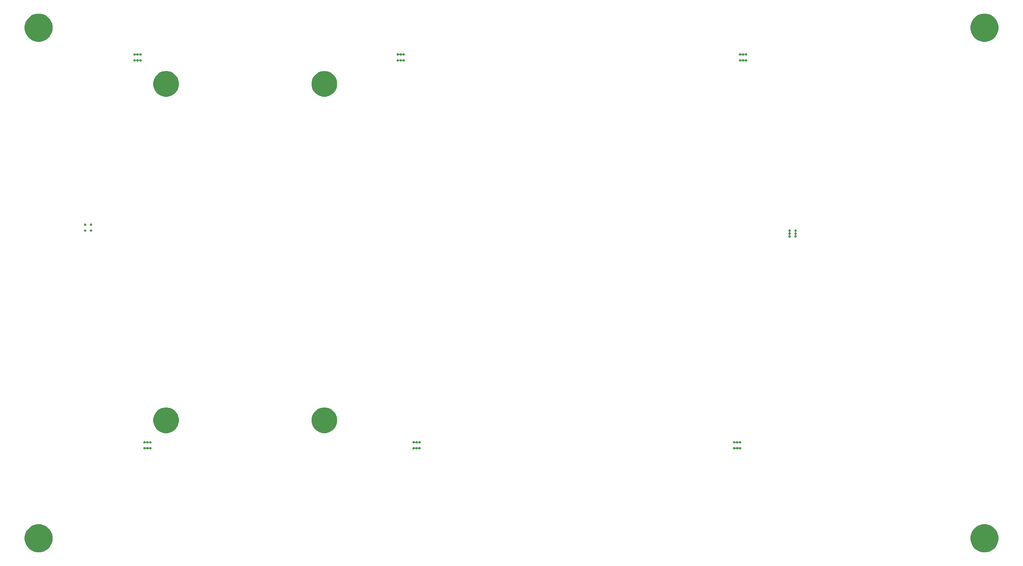
<source format=gbr>
%TF.GenerationSoftware,KiCad,Pcbnew,(5.1.5)-3*%
%TF.CreationDate,2020-09-07T19:44:54+02:00*%
%TF.ProjectId,fusion,66757369-6f6e-42e6-9b69-6361645f7063,rev?*%
%TF.SameCoordinates,Original*%
%TF.FileFunction,Soldermask,Top*%
%TF.FilePolarity,Negative*%
%FSLAX46Y46*%
G04 Gerber Fmt 4.6, Leading zero omitted, Abs format (unit mm)*
G04 Created by KiCad (PCBNEW (5.1.5)-3) date 2020-09-07 19:44:54*
%MOMM*%
%LPD*%
G04 APERTURE LIST*
%ADD10C,0.100000*%
G04 APERTURE END LIST*
D10*
G36*
X278835787Y-164385462D02*
G01*
X278835790Y-164385463D01*
X278835789Y-164385463D01*
X279482029Y-164653144D01*
X280063631Y-165041758D01*
X280558242Y-165536369D01*
X280946856Y-166117971D01*
X280946856Y-166117972D01*
X281214538Y-166764213D01*
X281351000Y-167450256D01*
X281351000Y-168149744D01*
X281214538Y-168835787D01*
X281214537Y-168835789D01*
X280946856Y-169482029D01*
X280558242Y-170063631D01*
X280063631Y-170558242D01*
X279482029Y-170946856D01*
X279025068Y-171136135D01*
X278835787Y-171214538D01*
X278149744Y-171351000D01*
X277450256Y-171351000D01*
X276764213Y-171214538D01*
X276574932Y-171136135D01*
X276117971Y-170946856D01*
X275536369Y-170558242D01*
X275041758Y-170063631D01*
X274653144Y-169482029D01*
X274385463Y-168835789D01*
X274385462Y-168835787D01*
X274249000Y-168149744D01*
X274249000Y-167450256D01*
X274385462Y-166764213D01*
X274653144Y-166117972D01*
X274653144Y-166117971D01*
X275041758Y-165536369D01*
X275536369Y-165041758D01*
X276117971Y-164653144D01*
X276764211Y-164385463D01*
X276764210Y-164385463D01*
X276764213Y-164385462D01*
X277450256Y-164249000D01*
X278149744Y-164249000D01*
X278835787Y-164385462D01*
G37*
G36*
X39835787Y-164385462D02*
G01*
X39835790Y-164385463D01*
X39835789Y-164385463D01*
X40482029Y-164653144D01*
X41063631Y-165041758D01*
X41558242Y-165536369D01*
X41946856Y-166117971D01*
X41946856Y-166117972D01*
X42214538Y-166764213D01*
X42351000Y-167450256D01*
X42351000Y-168149744D01*
X42214538Y-168835787D01*
X42214537Y-168835789D01*
X41946856Y-169482029D01*
X41558242Y-170063631D01*
X41063631Y-170558242D01*
X40482029Y-170946856D01*
X40025068Y-171136135D01*
X39835787Y-171214538D01*
X39149744Y-171351000D01*
X38450256Y-171351000D01*
X37764213Y-171214538D01*
X37574932Y-171136135D01*
X37117971Y-170946856D01*
X36536369Y-170558242D01*
X36041758Y-170063631D01*
X35653144Y-169482029D01*
X35385463Y-168835789D01*
X35385462Y-168835787D01*
X35249000Y-168149744D01*
X35249000Y-167450256D01*
X35385462Y-166764213D01*
X35653144Y-166117972D01*
X35653144Y-166117971D01*
X36041758Y-165536369D01*
X36536369Y-165041758D01*
X37117971Y-164653144D01*
X37764211Y-164385463D01*
X37764210Y-164385463D01*
X37764213Y-164385462D01*
X38450256Y-164249000D01*
X39149744Y-164249000D01*
X39835787Y-164385462D01*
G37*
G36*
X214637797Y-144760567D02*
G01*
X214692575Y-144783257D01*
X214692577Y-144783258D01*
X214741876Y-144816198D01*
X214783802Y-144858124D01*
X214816742Y-144907423D01*
X214821067Y-144913896D01*
X214836612Y-144932838D01*
X214855554Y-144948383D01*
X214877165Y-144959934D01*
X214900614Y-144967047D01*
X214925000Y-144969449D01*
X214949386Y-144967047D01*
X214972835Y-144959934D01*
X214994446Y-144948383D01*
X215013388Y-144932838D01*
X215028933Y-144913896D01*
X215033258Y-144907423D01*
X215066198Y-144858124D01*
X215108124Y-144816198D01*
X215157423Y-144783258D01*
X215157425Y-144783257D01*
X215212203Y-144760567D01*
X215270353Y-144749000D01*
X215329647Y-144749000D01*
X215387797Y-144760567D01*
X215442575Y-144783257D01*
X215442577Y-144783258D01*
X215491876Y-144816198D01*
X215533802Y-144858124D01*
X215566742Y-144907423D01*
X215571067Y-144913896D01*
X215586612Y-144932838D01*
X215605554Y-144948383D01*
X215627165Y-144959934D01*
X215650614Y-144967047D01*
X215675000Y-144969449D01*
X215699386Y-144967047D01*
X215722835Y-144959934D01*
X215744446Y-144948383D01*
X215763388Y-144932838D01*
X215778933Y-144913896D01*
X215783258Y-144907423D01*
X215816198Y-144858124D01*
X215858124Y-144816198D01*
X215907423Y-144783258D01*
X215907425Y-144783257D01*
X215962203Y-144760567D01*
X216020353Y-144749000D01*
X216079647Y-144749000D01*
X216137797Y-144760567D01*
X216192575Y-144783257D01*
X216192577Y-144783258D01*
X216241876Y-144816198D01*
X216283802Y-144858124D01*
X216316742Y-144907423D01*
X216316743Y-144907425D01*
X216339433Y-144962203D01*
X216351000Y-145020353D01*
X216351000Y-145079647D01*
X216339433Y-145137797D01*
X216319423Y-145186104D01*
X216316742Y-145192577D01*
X216283802Y-145241876D01*
X216241876Y-145283802D01*
X216192577Y-145316742D01*
X216192576Y-145316743D01*
X216192575Y-145316743D01*
X216137797Y-145339433D01*
X216079647Y-145351000D01*
X216020353Y-145351000D01*
X215962203Y-145339433D01*
X215907425Y-145316743D01*
X215907424Y-145316743D01*
X215907423Y-145316742D01*
X215858124Y-145283802D01*
X215816198Y-145241876D01*
X215783258Y-145192577D01*
X215783257Y-145192575D01*
X215778933Y-145186104D01*
X215763388Y-145167162D01*
X215744446Y-145151617D01*
X215722835Y-145140066D01*
X215699386Y-145132953D01*
X215675000Y-145130551D01*
X215650614Y-145132953D01*
X215627165Y-145140066D01*
X215605554Y-145151617D01*
X215586612Y-145167162D01*
X215571067Y-145186104D01*
X215566743Y-145192575D01*
X215566742Y-145192577D01*
X215533802Y-145241876D01*
X215491876Y-145283802D01*
X215442577Y-145316742D01*
X215442576Y-145316743D01*
X215442575Y-145316743D01*
X215387797Y-145339433D01*
X215329647Y-145351000D01*
X215270353Y-145351000D01*
X215212203Y-145339433D01*
X215157425Y-145316743D01*
X215157424Y-145316743D01*
X215157423Y-145316742D01*
X215108124Y-145283802D01*
X215066198Y-145241876D01*
X215033258Y-145192577D01*
X215033257Y-145192575D01*
X215028933Y-145186104D01*
X215013388Y-145167162D01*
X214994446Y-145151617D01*
X214972835Y-145140066D01*
X214949386Y-145132953D01*
X214925000Y-145130551D01*
X214900614Y-145132953D01*
X214877165Y-145140066D01*
X214855554Y-145151617D01*
X214836612Y-145167162D01*
X214821067Y-145186104D01*
X214816743Y-145192575D01*
X214816742Y-145192577D01*
X214783802Y-145241876D01*
X214741876Y-145283802D01*
X214692577Y-145316742D01*
X214692576Y-145316743D01*
X214692575Y-145316743D01*
X214637797Y-145339433D01*
X214579647Y-145351000D01*
X214520353Y-145351000D01*
X214462203Y-145339433D01*
X214407425Y-145316743D01*
X214407424Y-145316743D01*
X214407423Y-145316742D01*
X214358124Y-145283802D01*
X214316198Y-145241876D01*
X214283258Y-145192577D01*
X214280577Y-145186104D01*
X214260567Y-145137797D01*
X214249000Y-145079647D01*
X214249000Y-145020353D01*
X214260567Y-144962203D01*
X214283257Y-144907425D01*
X214283258Y-144907423D01*
X214316198Y-144858124D01*
X214358124Y-144816198D01*
X214407423Y-144783258D01*
X214407425Y-144783257D01*
X214462203Y-144760567D01*
X214520353Y-144749000D01*
X214579647Y-144749000D01*
X214637797Y-144760567D01*
G37*
G36*
X133637797Y-144760567D02*
G01*
X133692575Y-144783257D01*
X133692577Y-144783258D01*
X133741876Y-144816198D01*
X133783802Y-144858124D01*
X133816742Y-144907423D01*
X133821067Y-144913896D01*
X133836612Y-144932838D01*
X133855554Y-144948383D01*
X133877165Y-144959934D01*
X133900614Y-144967047D01*
X133925000Y-144969449D01*
X133949386Y-144967047D01*
X133972835Y-144959934D01*
X133994446Y-144948383D01*
X134013388Y-144932838D01*
X134028933Y-144913896D01*
X134033258Y-144907423D01*
X134066198Y-144858124D01*
X134108124Y-144816198D01*
X134157423Y-144783258D01*
X134157425Y-144783257D01*
X134212203Y-144760567D01*
X134270353Y-144749000D01*
X134329647Y-144749000D01*
X134387797Y-144760567D01*
X134442575Y-144783257D01*
X134442577Y-144783258D01*
X134491876Y-144816198D01*
X134533802Y-144858124D01*
X134566742Y-144907423D01*
X134571067Y-144913896D01*
X134586612Y-144932838D01*
X134605554Y-144948383D01*
X134627165Y-144959934D01*
X134650614Y-144967047D01*
X134675000Y-144969449D01*
X134699386Y-144967047D01*
X134722835Y-144959934D01*
X134744446Y-144948383D01*
X134763388Y-144932838D01*
X134778933Y-144913896D01*
X134783258Y-144907423D01*
X134816198Y-144858124D01*
X134858124Y-144816198D01*
X134907423Y-144783258D01*
X134907425Y-144783257D01*
X134962203Y-144760567D01*
X135020353Y-144749000D01*
X135079647Y-144749000D01*
X135137797Y-144760567D01*
X135192575Y-144783257D01*
X135192577Y-144783258D01*
X135241876Y-144816198D01*
X135283802Y-144858124D01*
X135316742Y-144907423D01*
X135316743Y-144907425D01*
X135339433Y-144962203D01*
X135351000Y-145020353D01*
X135351000Y-145079647D01*
X135339433Y-145137797D01*
X135319423Y-145186104D01*
X135316742Y-145192577D01*
X135283802Y-145241876D01*
X135241876Y-145283802D01*
X135192577Y-145316742D01*
X135192576Y-145316743D01*
X135192575Y-145316743D01*
X135137797Y-145339433D01*
X135079647Y-145351000D01*
X135020353Y-145351000D01*
X134962203Y-145339433D01*
X134907425Y-145316743D01*
X134907424Y-145316743D01*
X134907423Y-145316742D01*
X134858124Y-145283802D01*
X134816198Y-145241876D01*
X134783258Y-145192577D01*
X134783257Y-145192575D01*
X134778933Y-145186104D01*
X134763388Y-145167162D01*
X134744446Y-145151617D01*
X134722835Y-145140066D01*
X134699386Y-145132953D01*
X134675000Y-145130551D01*
X134650614Y-145132953D01*
X134627165Y-145140066D01*
X134605554Y-145151617D01*
X134586612Y-145167162D01*
X134571067Y-145186104D01*
X134566743Y-145192575D01*
X134566742Y-145192577D01*
X134533802Y-145241876D01*
X134491876Y-145283802D01*
X134442577Y-145316742D01*
X134442576Y-145316743D01*
X134442575Y-145316743D01*
X134387797Y-145339433D01*
X134329647Y-145351000D01*
X134270353Y-145351000D01*
X134212203Y-145339433D01*
X134157425Y-145316743D01*
X134157424Y-145316743D01*
X134157423Y-145316742D01*
X134108124Y-145283802D01*
X134066198Y-145241876D01*
X134033258Y-145192577D01*
X134033257Y-145192575D01*
X134028933Y-145186104D01*
X134013388Y-145167162D01*
X133994446Y-145151617D01*
X133972835Y-145140066D01*
X133949386Y-145132953D01*
X133925000Y-145130551D01*
X133900614Y-145132953D01*
X133877165Y-145140066D01*
X133855554Y-145151617D01*
X133836612Y-145167162D01*
X133821067Y-145186104D01*
X133816743Y-145192575D01*
X133816742Y-145192577D01*
X133783802Y-145241876D01*
X133741876Y-145283802D01*
X133692577Y-145316742D01*
X133692576Y-145316743D01*
X133692575Y-145316743D01*
X133637797Y-145339433D01*
X133579647Y-145351000D01*
X133520353Y-145351000D01*
X133462203Y-145339433D01*
X133407425Y-145316743D01*
X133407424Y-145316743D01*
X133407423Y-145316742D01*
X133358124Y-145283802D01*
X133316198Y-145241876D01*
X133283258Y-145192577D01*
X133280577Y-145186104D01*
X133260567Y-145137797D01*
X133249000Y-145079647D01*
X133249000Y-145020353D01*
X133260567Y-144962203D01*
X133283257Y-144907425D01*
X133283258Y-144907423D01*
X133316198Y-144858124D01*
X133358124Y-144816198D01*
X133407423Y-144783258D01*
X133407425Y-144783257D01*
X133462203Y-144760567D01*
X133520353Y-144749000D01*
X133579647Y-144749000D01*
X133637797Y-144760567D01*
G37*
G36*
X65637797Y-144760567D02*
G01*
X65692575Y-144783257D01*
X65692577Y-144783258D01*
X65741876Y-144816198D01*
X65783802Y-144858124D01*
X65816742Y-144907423D01*
X65821067Y-144913896D01*
X65836612Y-144932838D01*
X65855554Y-144948383D01*
X65877165Y-144959934D01*
X65900614Y-144967047D01*
X65925000Y-144969449D01*
X65949386Y-144967047D01*
X65972835Y-144959934D01*
X65994446Y-144948383D01*
X66013388Y-144932838D01*
X66028933Y-144913896D01*
X66033258Y-144907423D01*
X66066198Y-144858124D01*
X66108124Y-144816198D01*
X66157423Y-144783258D01*
X66157425Y-144783257D01*
X66212203Y-144760567D01*
X66270353Y-144749000D01*
X66329647Y-144749000D01*
X66387797Y-144760567D01*
X66442575Y-144783257D01*
X66442577Y-144783258D01*
X66491876Y-144816198D01*
X66533802Y-144858124D01*
X66566742Y-144907423D01*
X66571067Y-144913896D01*
X66586612Y-144932838D01*
X66605554Y-144948383D01*
X66627165Y-144959934D01*
X66650614Y-144967047D01*
X66675000Y-144969449D01*
X66699386Y-144967047D01*
X66722835Y-144959934D01*
X66744446Y-144948383D01*
X66763388Y-144932838D01*
X66778933Y-144913896D01*
X66783258Y-144907423D01*
X66816198Y-144858124D01*
X66858124Y-144816198D01*
X66907423Y-144783258D01*
X66907425Y-144783257D01*
X66962203Y-144760567D01*
X67020353Y-144749000D01*
X67079647Y-144749000D01*
X67137797Y-144760567D01*
X67192575Y-144783257D01*
X67192577Y-144783258D01*
X67241876Y-144816198D01*
X67283802Y-144858124D01*
X67316742Y-144907423D01*
X67316743Y-144907425D01*
X67339433Y-144962203D01*
X67351000Y-145020353D01*
X67351000Y-145079647D01*
X67339433Y-145137797D01*
X67319423Y-145186104D01*
X67316742Y-145192577D01*
X67283802Y-145241876D01*
X67241876Y-145283802D01*
X67192577Y-145316742D01*
X67192576Y-145316743D01*
X67192575Y-145316743D01*
X67137797Y-145339433D01*
X67079647Y-145351000D01*
X67020353Y-145351000D01*
X66962203Y-145339433D01*
X66907425Y-145316743D01*
X66907424Y-145316743D01*
X66907423Y-145316742D01*
X66858124Y-145283802D01*
X66816198Y-145241876D01*
X66783258Y-145192577D01*
X66783257Y-145192575D01*
X66778933Y-145186104D01*
X66763388Y-145167162D01*
X66744446Y-145151617D01*
X66722835Y-145140066D01*
X66699386Y-145132953D01*
X66675000Y-145130551D01*
X66650614Y-145132953D01*
X66627165Y-145140066D01*
X66605554Y-145151617D01*
X66586612Y-145167162D01*
X66571067Y-145186104D01*
X66566743Y-145192575D01*
X66566742Y-145192577D01*
X66533802Y-145241876D01*
X66491876Y-145283802D01*
X66442577Y-145316742D01*
X66442576Y-145316743D01*
X66442575Y-145316743D01*
X66387797Y-145339433D01*
X66329647Y-145351000D01*
X66270353Y-145351000D01*
X66212203Y-145339433D01*
X66157425Y-145316743D01*
X66157424Y-145316743D01*
X66157423Y-145316742D01*
X66108124Y-145283802D01*
X66066198Y-145241876D01*
X66033258Y-145192577D01*
X66033257Y-145192575D01*
X66028933Y-145186104D01*
X66013388Y-145167162D01*
X65994446Y-145151617D01*
X65972835Y-145140066D01*
X65949386Y-145132953D01*
X65925000Y-145130551D01*
X65900614Y-145132953D01*
X65877165Y-145140066D01*
X65855554Y-145151617D01*
X65836612Y-145167162D01*
X65821067Y-145186104D01*
X65816743Y-145192575D01*
X65816742Y-145192577D01*
X65783802Y-145241876D01*
X65741876Y-145283802D01*
X65692577Y-145316742D01*
X65692576Y-145316743D01*
X65692575Y-145316743D01*
X65637797Y-145339433D01*
X65579647Y-145351000D01*
X65520353Y-145351000D01*
X65462203Y-145339433D01*
X65407425Y-145316743D01*
X65407424Y-145316743D01*
X65407423Y-145316742D01*
X65358124Y-145283802D01*
X65316198Y-145241876D01*
X65283258Y-145192577D01*
X65280577Y-145186104D01*
X65260567Y-145137797D01*
X65249000Y-145079647D01*
X65249000Y-145020353D01*
X65260567Y-144962203D01*
X65283257Y-144907425D01*
X65283258Y-144907423D01*
X65316198Y-144858124D01*
X65358124Y-144816198D01*
X65407423Y-144783258D01*
X65407425Y-144783257D01*
X65462203Y-144760567D01*
X65520353Y-144749000D01*
X65579647Y-144749000D01*
X65637797Y-144760567D01*
G37*
G36*
X214637797Y-143260567D02*
G01*
X214692575Y-143283257D01*
X214692577Y-143283258D01*
X214741876Y-143316198D01*
X214783802Y-143358124D01*
X214816742Y-143407423D01*
X214821067Y-143413896D01*
X214836612Y-143432838D01*
X214855554Y-143448383D01*
X214877165Y-143459934D01*
X214900614Y-143467047D01*
X214925000Y-143469449D01*
X214949386Y-143467047D01*
X214972835Y-143459934D01*
X214994446Y-143448383D01*
X215013388Y-143432838D01*
X215028933Y-143413896D01*
X215033258Y-143407423D01*
X215066198Y-143358124D01*
X215108124Y-143316198D01*
X215157423Y-143283258D01*
X215157425Y-143283257D01*
X215212203Y-143260567D01*
X215270353Y-143249000D01*
X215329647Y-143249000D01*
X215387797Y-143260567D01*
X215442575Y-143283257D01*
X215442577Y-143283258D01*
X215491876Y-143316198D01*
X215533802Y-143358124D01*
X215566742Y-143407423D01*
X215571067Y-143413896D01*
X215586612Y-143432838D01*
X215605554Y-143448383D01*
X215627165Y-143459934D01*
X215650614Y-143467047D01*
X215675000Y-143469449D01*
X215699386Y-143467047D01*
X215722835Y-143459934D01*
X215744446Y-143448383D01*
X215763388Y-143432838D01*
X215778933Y-143413896D01*
X215783258Y-143407423D01*
X215816198Y-143358124D01*
X215858124Y-143316198D01*
X215907423Y-143283258D01*
X215907425Y-143283257D01*
X215962203Y-143260567D01*
X216020353Y-143249000D01*
X216079647Y-143249000D01*
X216137797Y-143260567D01*
X216192575Y-143283257D01*
X216192577Y-143283258D01*
X216241876Y-143316198D01*
X216283802Y-143358124D01*
X216316742Y-143407423D01*
X216316743Y-143407425D01*
X216339433Y-143462203D01*
X216351000Y-143520353D01*
X216351000Y-143579647D01*
X216339433Y-143637797D01*
X216319423Y-143686104D01*
X216316742Y-143692577D01*
X216283802Y-143741876D01*
X216241876Y-143783802D01*
X216192577Y-143816742D01*
X216192576Y-143816743D01*
X216192575Y-143816743D01*
X216137797Y-143839433D01*
X216079647Y-143851000D01*
X216020353Y-143851000D01*
X215962203Y-143839433D01*
X215907425Y-143816743D01*
X215907424Y-143816743D01*
X215907423Y-143816742D01*
X215858124Y-143783802D01*
X215816198Y-143741876D01*
X215783258Y-143692577D01*
X215783257Y-143692575D01*
X215778933Y-143686104D01*
X215763388Y-143667162D01*
X215744446Y-143651617D01*
X215722835Y-143640066D01*
X215699386Y-143632953D01*
X215675000Y-143630551D01*
X215650614Y-143632953D01*
X215627165Y-143640066D01*
X215605554Y-143651617D01*
X215586612Y-143667162D01*
X215571067Y-143686104D01*
X215566743Y-143692575D01*
X215566742Y-143692577D01*
X215533802Y-143741876D01*
X215491876Y-143783802D01*
X215442577Y-143816742D01*
X215442576Y-143816743D01*
X215442575Y-143816743D01*
X215387797Y-143839433D01*
X215329647Y-143851000D01*
X215270353Y-143851000D01*
X215212203Y-143839433D01*
X215157425Y-143816743D01*
X215157424Y-143816743D01*
X215157423Y-143816742D01*
X215108124Y-143783802D01*
X215066198Y-143741876D01*
X215033258Y-143692577D01*
X215033257Y-143692575D01*
X215028933Y-143686104D01*
X215013388Y-143667162D01*
X214994446Y-143651617D01*
X214972835Y-143640066D01*
X214949386Y-143632953D01*
X214925000Y-143630551D01*
X214900614Y-143632953D01*
X214877165Y-143640066D01*
X214855554Y-143651617D01*
X214836612Y-143667162D01*
X214821067Y-143686104D01*
X214816743Y-143692575D01*
X214816742Y-143692577D01*
X214783802Y-143741876D01*
X214741876Y-143783802D01*
X214692577Y-143816742D01*
X214692576Y-143816743D01*
X214692575Y-143816743D01*
X214637797Y-143839433D01*
X214579647Y-143851000D01*
X214520353Y-143851000D01*
X214462203Y-143839433D01*
X214407425Y-143816743D01*
X214407424Y-143816743D01*
X214407423Y-143816742D01*
X214358124Y-143783802D01*
X214316198Y-143741876D01*
X214283258Y-143692577D01*
X214280577Y-143686104D01*
X214260567Y-143637797D01*
X214249000Y-143579647D01*
X214249000Y-143520353D01*
X214260567Y-143462203D01*
X214283257Y-143407425D01*
X214283258Y-143407423D01*
X214316198Y-143358124D01*
X214358124Y-143316198D01*
X214407423Y-143283258D01*
X214407425Y-143283257D01*
X214462203Y-143260567D01*
X214520353Y-143249000D01*
X214579647Y-143249000D01*
X214637797Y-143260567D01*
G37*
G36*
X133637797Y-143260567D02*
G01*
X133692575Y-143283257D01*
X133692577Y-143283258D01*
X133741876Y-143316198D01*
X133783802Y-143358124D01*
X133816742Y-143407423D01*
X133821067Y-143413896D01*
X133836612Y-143432838D01*
X133855554Y-143448383D01*
X133877165Y-143459934D01*
X133900614Y-143467047D01*
X133925000Y-143469449D01*
X133949386Y-143467047D01*
X133972835Y-143459934D01*
X133994446Y-143448383D01*
X134013388Y-143432838D01*
X134028933Y-143413896D01*
X134033258Y-143407423D01*
X134066198Y-143358124D01*
X134108124Y-143316198D01*
X134157423Y-143283258D01*
X134157425Y-143283257D01*
X134212203Y-143260567D01*
X134270353Y-143249000D01*
X134329647Y-143249000D01*
X134387797Y-143260567D01*
X134442575Y-143283257D01*
X134442577Y-143283258D01*
X134491876Y-143316198D01*
X134533802Y-143358124D01*
X134566742Y-143407423D01*
X134571067Y-143413896D01*
X134586612Y-143432838D01*
X134605554Y-143448383D01*
X134627165Y-143459934D01*
X134650614Y-143467047D01*
X134675000Y-143469449D01*
X134699386Y-143467047D01*
X134722835Y-143459934D01*
X134744446Y-143448383D01*
X134763388Y-143432838D01*
X134778933Y-143413896D01*
X134783258Y-143407423D01*
X134816198Y-143358124D01*
X134858124Y-143316198D01*
X134907423Y-143283258D01*
X134907425Y-143283257D01*
X134962203Y-143260567D01*
X135020353Y-143249000D01*
X135079647Y-143249000D01*
X135137797Y-143260567D01*
X135192575Y-143283257D01*
X135192577Y-143283258D01*
X135241876Y-143316198D01*
X135283802Y-143358124D01*
X135316742Y-143407423D01*
X135316743Y-143407425D01*
X135339433Y-143462203D01*
X135351000Y-143520353D01*
X135351000Y-143579647D01*
X135339433Y-143637797D01*
X135319423Y-143686104D01*
X135316742Y-143692577D01*
X135283802Y-143741876D01*
X135241876Y-143783802D01*
X135192577Y-143816742D01*
X135192576Y-143816743D01*
X135192575Y-143816743D01*
X135137797Y-143839433D01*
X135079647Y-143851000D01*
X135020353Y-143851000D01*
X134962203Y-143839433D01*
X134907425Y-143816743D01*
X134907424Y-143816743D01*
X134907423Y-143816742D01*
X134858124Y-143783802D01*
X134816198Y-143741876D01*
X134783258Y-143692577D01*
X134783257Y-143692575D01*
X134778933Y-143686104D01*
X134763388Y-143667162D01*
X134744446Y-143651617D01*
X134722835Y-143640066D01*
X134699386Y-143632953D01*
X134675000Y-143630551D01*
X134650614Y-143632953D01*
X134627165Y-143640066D01*
X134605554Y-143651617D01*
X134586612Y-143667162D01*
X134571067Y-143686104D01*
X134566743Y-143692575D01*
X134566742Y-143692577D01*
X134533802Y-143741876D01*
X134491876Y-143783802D01*
X134442577Y-143816742D01*
X134442576Y-143816743D01*
X134442575Y-143816743D01*
X134387797Y-143839433D01*
X134329647Y-143851000D01*
X134270353Y-143851000D01*
X134212203Y-143839433D01*
X134157425Y-143816743D01*
X134157424Y-143816743D01*
X134157423Y-143816742D01*
X134108124Y-143783802D01*
X134066198Y-143741876D01*
X134033258Y-143692577D01*
X134033257Y-143692575D01*
X134028933Y-143686104D01*
X134013388Y-143667162D01*
X133994446Y-143651617D01*
X133972835Y-143640066D01*
X133949386Y-143632953D01*
X133925000Y-143630551D01*
X133900614Y-143632953D01*
X133877165Y-143640066D01*
X133855554Y-143651617D01*
X133836612Y-143667162D01*
X133821067Y-143686104D01*
X133816743Y-143692575D01*
X133816742Y-143692577D01*
X133783802Y-143741876D01*
X133741876Y-143783802D01*
X133692577Y-143816742D01*
X133692576Y-143816743D01*
X133692575Y-143816743D01*
X133637797Y-143839433D01*
X133579647Y-143851000D01*
X133520353Y-143851000D01*
X133462203Y-143839433D01*
X133407425Y-143816743D01*
X133407424Y-143816743D01*
X133407423Y-143816742D01*
X133358124Y-143783802D01*
X133316198Y-143741876D01*
X133283258Y-143692577D01*
X133280577Y-143686104D01*
X133260567Y-143637797D01*
X133249000Y-143579647D01*
X133249000Y-143520353D01*
X133260567Y-143462203D01*
X133283257Y-143407425D01*
X133283258Y-143407423D01*
X133316198Y-143358124D01*
X133358124Y-143316198D01*
X133407423Y-143283258D01*
X133407425Y-143283257D01*
X133462203Y-143260567D01*
X133520353Y-143249000D01*
X133579647Y-143249000D01*
X133637797Y-143260567D01*
G37*
G36*
X65637797Y-143260567D02*
G01*
X65692575Y-143283257D01*
X65692577Y-143283258D01*
X65741876Y-143316198D01*
X65783802Y-143358124D01*
X65816742Y-143407423D01*
X65821067Y-143413896D01*
X65836612Y-143432838D01*
X65855554Y-143448383D01*
X65877165Y-143459934D01*
X65900614Y-143467047D01*
X65925000Y-143469449D01*
X65949386Y-143467047D01*
X65972835Y-143459934D01*
X65994446Y-143448383D01*
X66013388Y-143432838D01*
X66028933Y-143413896D01*
X66033258Y-143407423D01*
X66066198Y-143358124D01*
X66108124Y-143316198D01*
X66157423Y-143283258D01*
X66157425Y-143283257D01*
X66212203Y-143260567D01*
X66270353Y-143249000D01*
X66329647Y-143249000D01*
X66387797Y-143260567D01*
X66442575Y-143283257D01*
X66442577Y-143283258D01*
X66491876Y-143316198D01*
X66533802Y-143358124D01*
X66566742Y-143407423D01*
X66571067Y-143413896D01*
X66586612Y-143432838D01*
X66605554Y-143448383D01*
X66627165Y-143459934D01*
X66650614Y-143467047D01*
X66675000Y-143469449D01*
X66699386Y-143467047D01*
X66722835Y-143459934D01*
X66744446Y-143448383D01*
X66763388Y-143432838D01*
X66778933Y-143413896D01*
X66783258Y-143407423D01*
X66816198Y-143358124D01*
X66858124Y-143316198D01*
X66907423Y-143283258D01*
X66907425Y-143283257D01*
X66962203Y-143260567D01*
X67020353Y-143249000D01*
X67079647Y-143249000D01*
X67137797Y-143260567D01*
X67192575Y-143283257D01*
X67192577Y-143283258D01*
X67241876Y-143316198D01*
X67283802Y-143358124D01*
X67316742Y-143407423D01*
X67316743Y-143407425D01*
X67339433Y-143462203D01*
X67351000Y-143520353D01*
X67351000Y-143579647D01*
X67339433Y-143637797D01*
X67319423Y-143686104D01*
X67316742Y-143692577D01*
X67283802Y-143741876D01*
X67241876Y-143783802D01*
X67192577Y-143816742D01*
X67192576Y-143816743D01*
X67192575Y-143816743D01*
X67137797Y-143839433D01*
X67079647Y-143851000D01*
X67020353Y-143851000D01*
X66962203Y-143839433D01*
X66907425Y-143816743D01*
X66907424Y-143816743D01*
X66907423Y-143816742D01*
X66858124Y-143783802D01*
X66816198Y-143741876D01*
X66783258Y-143692577D01*
X66783257Y-143692575D01*
X66778933Y-143686104D01*
X66763388Y-143667162D01*
X66744446Y-143651617D01*
X66722835Y-143640066D01*
X66699386Y-143632953D01*
X66675000Y-143630551D01*
X66650614Y-143632953D01*
X66627165Y-143640066D01*
X66605554Y-143651617D01*
X66586612Y-143667162D01*
X66571067Y-143686104D01*
X66566743Y-143692575D01*
X66566742Y-143692577D01*
X66533802Y-143741876D01*
X66491876Y-143783802D01*
X66442577Y-143816742D01*
X66442576Y-143816743D01*
X66442575Y-143816743D01*
X66387797Y-143839433D01*
X66329647Y-143851000D01*
X66270353Y-143851000D01*
X66212203Y-143839433D01*
X66157425Y-143816743D01*
X66157424Y-143816743D01*
X66157423Y-143816742D01*
X66108124Y-143783802D01*
X66066198Y-143741876D01*
X66033258Y-143692577D01*
X66033257Y-143692575D01*
X66028933Y-143686104D01*
X66013388Y-143667162D01*
X65994446Y-143651617D01*
X65972835Y-143640066D01*
X65949386Y-143632953D01*
X65925000Y-143630551D01*
X65900614Y-143632953D01*
X65877165Y-143640066D01*
X65855554Y-143651617D01*
X65836612Y-143667162D01*
X65821067Y-143686104D01*
X65816743Y-143692575D01*
X65816742Y-143692577D01*
X65783802Y-143741876D01*
X65741876Y-143783802D01*
X65692577Y-143816742D01*
X65692576Y-143816743D01*
X65692575Y-143816743D01*
X65637797Y-143839433D01*
X65579647Y-143851000D01*
X65520353Y-143851000D01*
X65462203Y-143839433D01*
X65407425Y-143816743D01*
X65407424Y-143816743D01*
X65407423Y-143816742D01*
X65358124Y-143783802D01*
X65316198Y-143741876D01*
X65283258Y-143692577D01*
X65280577Y-143686104D01*
X65260567Y-143637797D01*
X65249000Y-143579647D01*
X65249000Y-143520353D01*
X65260567Y-143462203D01*
X65283257Y-143407425D01*
X65283258Y-143407423D01*
X65316198Y-143358124D01*
X65358124Y-143316198D01*
X65407423Y-143283258D01*
X65407425Y-143283257D01*
X65462203Y-143260567D01*
X65520353Y-143249000D01*
X65579647Y-143249000D01*
X65637797Y-143260567D01*
G37*
G36*
X111634239Y-134811467D02*
G01*
X111948282Y-134873934D01*
X112539926Y-135119001D01*
X113072392Y-135474784D01*
X113525216Y-135927608D01*
X113880999Y-136460074D01*
X114126066Y-137051718D01*
X114251000Y-137679804D01*
X114251000Y-138320196D01*
X114126066Y-138948282D01*
X113880999Y-139539926D01*
X113525216Y-140072392D01*
X113072392Y-140525216D01*
X112539926Y-140880999D01*
X111948282Y-141126066D01*
X111634239Y-141188533D01*
X111320197Y-141251000D01*
X110679803Y-141251000D01*
X110365761Y-141188533D01*
X110051718Y-141126066D01*
X109460074Y-140880999D01*
X108927608Y-140525216D01*
X108474784Y-140072392D01*
X108119001Y-139539926D01*
X107873934Y-138948282D01*
X107749000Y-138320196D01*
X107749000Y-137679804D01*
X107873934Y-137051718D01*
X108119001Y-136460074D01*
X108474784Y-135927608D01*
X108927608Y-135474784D01*
X109460074Y-135119001D01*
X110051718Y-134873934D01*
X110365761Y-134811467D01*
X110679803Y-134749000D01*
X111320197Y-134749000D01*
X111634239Y-134811467D01*
G37*
G36*
X71634239Y-134811467D02*
G01*
X71948282Y-134873934D01*
X72539926Y-135119001D01*
X73072392Y-135474784D01*
X73525216Y-135927608D01*
X73880999Y-136460074D01*
X74126066Y-137051718D01*
X74251000Y-137679804D01*
X74251000Y-138320196D01*
X74126066Y-138948282D01*
X73880999Y-139539926D01*
X73525216Y-140072392D01*
X73072392Y-140525216D01*
X72539926Y-140880999D01*
X71948282Y-141126066D01*
X71634239Y-141188533D01*
X71320197Y-141251000D01*
X70679803Y-141251000D01*
X70365761Y-141188533D01*
X70051718Y-141126066D01*
X69460074Y-140880999D01*
X68927608Y-140525216D01*
X68474784Y-140072392D01*
X68119001Y-139539926D01*
X67873934Y-138948282D01*
X67749000Y-138320196D01*
X67749000Y-137679804D01*
X67873934Y-137051718D01*
X68119001Y-136460074D01*
X68474784Y-135927608D01*
X68927608Y-135474784D01*
X69460074Y-135119001D01*
X70051718Y-134873934D01*
X70365761Y-134811467D01*
X70679803Y-134749000D01*
X71320197Y-134749000D01*
X71634239Y-134811467D01*
G37*
G36*
X230137797Y-89760567D02*
G01*
X230192575Y-89783257D01*
X230192577Y-89783258D01*
X230241876Y-89816198D01*
X230283802Y-89858124D01*
X230316742Y-89907423D01*
X230316743Y-89907425D01*
X230339433Y-89962203D01*
X230351000Y-90020353D01*
X230351000Y-90079647D01*
X230339433Y-90137797D01*
X230316743Y-90192575D01*
X230316742Y-90192577D01*
X230283802Y-90241876D01*
X230241876Y-90283802D01*
X230192577Y-90316742D01*
X230186104Y-90321067D01*
X230167162Y-90336612D01*
X230151617Y-90355554D01*
X230140066Y-90377165D01*
X230132953Y-90400614D01*
X230130551Y-90425000D01*
X230132953Y-90449386D01*
X230140066Y-90472835D01*
X230151617Y-90494446D01*
X230167162Y-90513388D01*
X230186104Y-90528933D01*
X230192577Y-90533258D01*
X230241876Y-90566198D01*
X230283802Y-90608124D01*
X230316742Y-90657423D01*
X230316743Y-90657425D01*
X230339433Y-90712203D01*
X230351000Y-90770353D01*
X230351000Y-90829647D01*
X230339433Y-90887797D01*
X230316743Y-90942575D01*
X230316742Y-90942577D01*
X230283802Y-90991876D01*
X230241876Y-91033802D01*
X230192577Y-91066742D01*
X230186104Y-91071067D01*
X230167162Y-91086612D01*
X230151617Y-91105554D01*
X230140066Y-91127165D01*
X230132953Y-91150614D01*
X230130551Y-91175000D01*
X230132953Y-91199386D01*
X230140066Y-91222835D01*
X230151617Y-91244446D01*
X230167162Y-91263388D01*
X230186104Y-91278933D01*
X230192577Y-91283258D01*
X230241876Y-91316198D01*
X230283802Y-91358124D01*
X230316742Y-91407423D01*
X230316743Y-91407425D01*
X230339433Y-91462203D01*
X230351000Y-91520353D01*
X230351000Y-91579647D01*
X230339433Y-91637797D01*
X230316743Y-91692575D01*
X230316742Y-91692577D01*
X230283802Y-91741876D01*
X230241876Y-91783802D01*
X230192577Y-91816742D01*
X230192576Y-91816743D01*
X230192575Y-91816743D01*
X230137797Y-91839433D01*
X230079647Y-91851000D01*
X230020353Y-91851000D01*
X229962203Y-91839433D01*
X229907425Y-91816743D01*
X229907424Y-91816743D01*
X229907423Y-91816742D01*
X229858124Y-91783802D01*
X229816198Y-91741876D01*
X229783258Y-91692577D01*
X229783257Y-91692575D01*
X229760567Y-91637797D01*
X229749000Y-91579647D01*
X229749000Y-91520353D01*
X229760567Y-91462203D01*
X229783257Y-91407425D01*
X229783258Y-91407423D01*
X229816198Y-91358124D01*
X229858124Y-91316198D01*
X229907423Y-91283258D01*
X229913896Y-91278933D01*
X229932838Y-91263388D01*
X229948383Y-91244446D01*
X229959934Y-91222835D01*
X229967047Y-91199386D01*
X229969449Y-91175000D01*
X229967047Y-91150614D01*
X229959934Y-91127165D01*
X229948383Y-91105554D01*
X229932838Y-91086612D01*
X229913896Y-91071067D01*
X229907423Y-91066742D01*
X229858124Y-91033802D01*
X229816198Y-90991876D01*
X229783258Y-90942577D01*
X229783257Y-90942575D01*
X229760567Y-90887797D01*
X229749000Y-90829647D01*
X229749000Y-90770353D01*
X229760567Y-90712203D01*
X229783257Y-90657425D01*
X229783258Y-90657423D01*
X229816198Y-90608124D01*
X229858124Y-90566198D01*
X229907423Y-90533258D01*
X229913896Y-90528933D01*
X229932838Y-90513388D01*
X229948383Y-90494446D01*
X229959934Y-90472835D01*
X229967047Y-90449386D01*
X229969449Y-90425000D01*
X229967047Y-90400614D01*
X229959934Y-90377165D01*
X229948383Y-90355554D01*
X229932838Y-90336612D01*
X229913896Y-90321067D01*
X229907423Y-90316742D01*
X229858124Y-90283802D01*
X229816198Y-90241876D01*
X229783258Y-90192577D01*
X229783257Y-90192575D01*
X229760567Y-90137797D01*
X229749000Y-90079647D01*
X229749000Y-90020353D01*
X229760567Y-89962203D01*
X229783257Y-89907425D01*
X229783258Y-89907423D01*
X229816198Y-89858124D01*
X229858124Y-89816198D01*
X229907423Y-89783258D01*
X229907425Y-89783257D01*
X229962203Y-89760567D01*
X230020353Y-89749000D01*
X230079647Y-89749000D01*
X230137797Y-89760567D01*
G37*
G36*
X228637797Y-89760567D02*
G01*
X228692575Y-89783257D01*
X228692577Y-89783258D01*
X228741876Y-89816198D01*
X228783802Y-89858124D01*
X228816742Y-89907423D01*
X228816743Y-89907425D01*
X228839433Y-89962203D01*
X228851000Y-90020353D01*
X228851000Y-90079647D01*
X228839433Y-90137797D01*
X228816743Y-90192575D01*
X228816742Y-90192577D01*
X228783802Y-90241876D01*
X228741876Y-90283802D01*
X228692577Y-90316742D01*
X228686104Y-90321067D01*
X228667162Y-90336612D01*
X228651617Y-90355554D01*
X228640066Y-90377165D01*
X228632953Y-90400614D01*
X228630551Y-90425000D01*
X228632953Y-90449386D01*
X228640066Y-90472835D01*
X228651617Y-90494446D01*
X228667162Y-90513388D01*
X228686104Y-90528933D01*
X228692577Y-90533258D01*
X228741876Y-90566198D01*
X228783802Y-90608124D01*
X228816742Y-90657423D01*
X228816743Y-90657425D01*
X228839433Y-90712203D01*
X228851000Y-90770353D01*
X228851000Y-90829647D01*
X228839433Y-90887797D01*
X228816743Y-90942575D01*
X228816742Y-90942577D01*
X228783802Y-90991876D01*
X228741876Y-91033802D01*
X228692577Y-91066742D01*
X228686104Y-91071067D01*
X228667162Y-91086612D01*
X228651617Y-91105554D01*
X228640066Y-91127165D01*
X228632953Y-91150614D01*
X228630551Y-91175000D01*
X228632953Y-91199386D01*
X228640066Y-91222835D01*
X228651617Y-91244446D01*
X228667162Y-91263388D01*
X228686104Y-91278933D01*
X228692577Y-91283258D01*
X228741876Y-91316198D01*
X228783802Y-91358124D01*
X228816742Y-91407423D01*
X228816743Y-91407425D01*
X228839433Y-91462203D01*
X228851000Y-91520353D01*
X228851000Y-91579647D01*
X228839433Y-91637797D01*
X228816743Y-91692575D01*
X228816742Y-91692577D01*
X228783802Y-91741876D01*
X228741876Y-91783802D01*
X228692577Y-91816742D01*
X228692576Y-91816743D01*
X228692575Y-91816743D01*
X228637797Y-91839433D01*
X228579647Y-91851000D01*
X228520353Y-91851000D01*
X228462203Y-91839433D01*
X228407425Y-91816743D01*
X228407424Y-91816743D01*
X228407423Y-91816742D01*
X228358124Y-91783802D01*
X228316198Y-91741876D01*
X228283258Y-91692577D01*
X228283257Y-91692575D01*
X228260567Y-91637797D01*
X228249000Y-91579647D01*
X228249000Y-91520353D01*
X228260567Y-91462203D01*
X228283257Y-91407425D01*
X228283258Y-91407423D01*
X228316198Y-91358124D01*
X228358124Y-91316198D01*
X228407423Y-91283258D01*
X228413896Y-91278933D01*
X228432838Y-91263388D01*
X228448383Y-91244446D01*
X228459934Y-91222835D01*
X228467047Y-91199386D01*
X228469449Y-91175000D01*
X228467047Y-91150614D01*
X228459934Y-91127165D01*
X228448383Y-91105554D01*
X228432838Y-91086612D01*
X228413896Y-91071067D01*
X228407423Y-91066742D01*
X228358124Y-91033802D01*
X228316198Y-90991876D01*
X228283258Y-90942577D01*
X228283257Y-90942575D01*
X228260567Y-90887797D01*
X228249000Y-90829647D01*
X228249000Y-90770353D01*
X228260567Y-90712203D01*
X228283257Y-90657425D01*
X228283258Y-90657423D01*
X228316198Y-90608124D01*
X228358124Y-90566198D01*
X228407423Y-90533258D01*
X228413896Y-90528933D01*
X228432838Y-90513388D01*
X228448383Y-90494446D01*
X228459934Y-90472835D01*
X228467047Y-90449386D01*
X228469449Y-90425000D01*
X228467047Y-90400614D01*
X228459934Y-90377165D01*
X228448383Y-90355554D01*
X228432838Y-90336612D01*
X228413896Y-90321067D01*
X228407423Y-90316742D01*
X228358124Y-90283802D01*
X228316198Y-90241876D01*
X228283258Y-90192577D01*
X228283257Y-90192575D01*
X228260567Y-90137797D01*
X228249000Y-90079647D01*
X228249000Y-90020353D01*
X228260567Y-89962203D01*
X228283257Y-89907425D01*
X228283258Y-89907423D01*
X228316198Y-89858124D01*
X228358124Y-89816198D01*
X228407423Y-89783258D01*
X228407425Y-89783257D01*
X228462203Y-89760567D01*
X228520353Y-89749000D01*
X228579647Y-89749000D01*
X228637797Y-89760567D01*
G37*
G36*
X52137797Y-89760567D02*
G01*
X52192575Y-89783257D01*
X52192577Y-89783258D01*
X52241876Y-89816198D01*
X52283802Y-89858124D01*
X52316742Y-89907423D01*
X52316743Y-89907425D01*
X52339433Y-89962203D01*
X52351000Y-90020353D01*
X52351000Y-90079647D01*
X52339433Y-90137797D01*
X52316743Y-90192575D01*
X52316742Y-90192577D01*
X52283802Y-90241876D01*
X52241876Y-90283802D01*
X52192577Y-90316742D01*
X52192576Y-90316743D01*
X52192575Y-90316743D01*
X52137797Y-90339433D01*
X52079647Y-90351000D01*
X52020353Y-90351000D01*
X51962203Y-90339433D01*
X51907425Y-90316743D01*
X51907424Y-90316743D01*
X51907423Y-90316742D01*
X51858124Y-90283802D01*
X51816198Y-90241876D01*
X51783258Y-90192577D01*
X51783257Y-90192575D01*
X51760567Y-90137797D01*
X51749000Y-90079647D01*
X51749000Y-90020353D01*
X51760567Y-89962203D01*
X51783257Y-89907425D01*
X51783258Y-89907423D01*
X51816198Y-89858124D01*
X51858124Y-89816198D01*
X51907423Y-89783258D01*
X51907425Y-89783257D01*
X51962203Y-89760567D01*
X52020353Y-89749000D01*
X52079647Y-89749000D01*
X52137797Y-89760567D01*
G37*
G36*
X50637797Y-89760567D02*
G01*
X50692575Y-89783257D01*
X50692577Y-89783258D01*
X50741876Y-89816198D01*
X50783802Y-89858124D01*
X50816742Y-89907423D01*
X50816743Y-89907425D01*
X50839433Y-89962203D01*
X50851000Y-90020353D01*
X50851000Y-90079647D01*
X50839433Y-90137797D01*
X50816743Y-90192575D01*
X50816742Y-90192577D01*
X50783802Y-90241876D01*
X50741876Y-90283802D01*
X50692577Y-90316742D01*
X50692576Y-90316743D01*
X50692575Y-90316743D01*
X50637797Y-90339433D01*
X50579647Y-90351000D01*
X50520353Y-90351000D01*
X50462203Y-90339433D01*
X50407425Y-90316743D01*
X50407424Y-90316743D01*
X50407423Y-90316742D01*
X50358124Y-90283802D01*
X50316198Y-90241876D01*
X50283258Y-90192577D01*
X50283257Y-90192575D01*
X50260567Y-90137797D01*
X50249000Y-90079647D01*
X50249000Y-90020353D01*
X50260567Y-89962203D01*
X50283257Y-89907425D01*
X50283258Y-89907423D01*
X50316198Y-89858124D01*
X50358124Y-89816198D01*
X50407423Y-89783258D01*
X50407425Y-89783257D01*
X50462203Y-89760567D01*
X50520353Y-89749000D01*
X50579647Y-89749000D01*
X50637797Y-89760567D01*
G37*
G36*
X52137797Y-88260567D02*
G01*
X52192575Y-88283257D01*
X52192577Y-88283258D01*
X52241876Y-88316198D01*
X52283802Y-88358124D01*
X52316742Y-88407423D01*
X52316743Y-88407425D01*
X52339433Y-88462203D01*
X52351000Y-88520353D01*
X52351000Y-88579647D01*
X52339433Y-88637797D01*
X52316743Y-88692575D01*
X52316742Y-88692577D01*
X52283802Y-88741876D01*
X52241876Y-88783802D01*
X52192577Y-88816742D01*
X52192576Y-88816743D01*
X52192575Y-88816743D01*
X52137797Y-88839433D01*
X52079647Y-88851000D01*
X52020353Y-88851000D01*
X51962203Y-88839433D01*
X51907425Y-88816743D01*
X51907424Y-88816743D01*
X51907423Y-88816742D01*
X51858124Y-88783802D01*
X51816198Y-88741876D01*
X51783258Y-88692577D01*
X51783257Y-88692575D01*
X51760567Y-88637797D01*
X51749000Y-88579647D01*
X51749000Y-88520353D01*
X51760567Y-88462203D01*
X51783257Y-88407425D01*
X51783258Y-88407423D01*
X51816198Y-88358124D01*
X51858124Y-88316198D01*
X51907423Y-88283258D01*
X51907425Y-88283257D01*
X51962203Y-88260567D01*
X52020353Y-88249000D01*
X52079647Y-88249000D01*
X52137797Y-88260567D01*
G37*
G36*
X50637797Y-88260567D02*
G01*
X50692575Y-88283257D01*
X50692577Y-88283258D01*
X50741876Y-88316198D01*
X50783802Y-88358124D01*
X50816742Y-88407423D01*
X50816743Y-88407425D01*
X50839433Y-88462203D01*
X50851000Y-88520353D01*
X50851000Y-88579647D01*
X50839433Y-88637797D01*
X50816743Y-88692575D01*
X50816742Y-88692577D01*
X50783802Y-88741876D01*
X50741876Y-88783802D01*
X50692577Y-88816742D01*
X50692576Y-88816743D01*
X50692575Y-88816743D01*
X50637797Y-88839433D01*
X50579647Y-88851000D01*
X50520353Y-88851000D01*
X50462203Y-88839433D01*
X50407425Y-88816743D01*
X50407424Y-88816743D01*
X50407423Y-88816742D01*
X50358124Y-88783802D01*
X50316198Y-88741876D01*
X50283258Y-88692577D01*
X50283257Y-88692575D01*
X50260567Y-88637797D01*
X50249000Y-88579647D01*
X50249000Y-88520353D01*
X50260567Y-88462203D01*
X50283257Y-88407425D01*
X50283258Y-88407423D01*
X50316198Y-88358124D01*
X50358124Y-88316198D01*
X50407423Y-88283258D01*
X50407425Y-88283257D01*
X50462203Y-88260567D01*
X50520353Y-88249000D01*
X50579647Y-88249000D01*
X50637797Y-88260567D01*
G37*
G36*
X111634239Y-49811467D02*
G01*
X111948282Y-49873934D01*
X112539926Y-50119001D01*
X113072392Y-50474784D01*
X113525216Y-50927608D01*
X113880999Y-51460074D01*
X114126066Y-52051718D01*
X114251000Y-52679804D01*
X114251000Y-53320196D01*
X114126066Y-53948282D01*
X113880999Y-54539926D01*
X113525216Y-55072392D01*
X113072392Y-55525216D01*
X112539926Y-55880999D01*
X111948282Y-56126066D01*
X111634239Y-56188533D01*
X111320197Y-56251000D01*
X110679803Y-56251000D01*
X110365761Y-56188533D01*
X110051718Y-56126066D01*
X109460074Y-55880999D01*
X108927608Y-55525216D01*
X108474784Y-55072392D01*
X108119001Y-54539926D01*
X107873934Y-53948282D01*
X107749000Y-53320196D01*
X107749000Y-52679804D01*
X107873934Y-52051718D01*
X108119001Y-51460074D01*
X108474784Y-50927608D01*
X108927608Y-50474784D01*
X109460074Y-50119001D01*
X110051718Y-49873934D01*
X110365761Y-49811467D01*
X110679803Y-49749000D01*
X111320197Y-49749000D01*
X111634239Y-49811467D01*
G37*
G36*
X71634239Y-49811467D02*
G01*
X71948282Y-49873934D01*
X72539926Y-50119001D01*
X73072392Y-50474784D01*
X73525216Y-50927608D01*
X73880999Y-51460074D01*
X74126066Y-52051718D01*
X74251000Y-52679804D01*
X74251000Y-53320196D01*
X74126066Y-53948282D01*
X73880999Y-54539926D01*
X73525216Y-55072392D01*
X73072392Y-55525216D01*
X72539926Y-55880999D01*
X71948282Y-56126066D01*
X71634239Y-56188533D01*
X71320197Y-56251000D01*
X70679803Y-56251000D01*
X70365761Y-56188533D01*
X70051718Y-56126066D01*
X69460074Y-55880999D01*
X68927608Y-55525216D01*
X68474784Y-55072392D01*
X68119001Y-54539926D01*
X67873934Y-53948282D01*
X67749000Y-53320196D01*
X67749000Y-52679804D01*
X67873934Y-52051718D01*
X68119001Y-51460074D01*
X68474784Y-50927608D01*
X68927608Y-50474784D01*
X69460074Y-50119001D01*
X70051718Y-49873934D01*
X70365761Y-49811467D01*
X70679803Y-49749000D01*
X71320197Y-49749000D01*
X71634239Y-49811467D01*
G37*
G36*
X129637797Y-46760567D02*
G01*
X129692575Y-46783257D01*
X129692577Y-46783258D01*
X129741876Y-46816198D01*
X129783802Y-46858124D01*
X129816742Y-46907423D01*
X129821067Y-46913896D01*
X129836612Y-46932838D01*
X129855554Y-46948383D01*
X129877165Y-46959934D01*
X129900614Y-46967047D01*
X129925000Y-46969449D01*
X129949386Y-46967047D01*
X129972835Y-46959934D01*
X129994446Y-46948383D01*
X130013388Y-46932838D01*
X130028933Y-46913896D01*
X130033258Y-46907423D01*
X130066198Y-46858124D01*
X130108124Y-46816198D01*
X130157423Y-46783258D01*
X130157425Y-46783257D01*
X130212203Y-46760567D01*
X130270353Y-46749000D01*
X130329647Y-46749000D01*
X130387797Y-46760567D01*
X130442575Y-46783257D01*
X130442577Y-46783258D01*
X130491876Y-46816198D01*
X130533802Y-46858124D01*
X130566742Y-46907423D01*
X130571067Y-46913896D01*
X130586612Y-46932838D01*
X130605554Y-46948383D01*
X130627165Y-46959934D01*
X130650614Y-46967047D01*
X130675000Y-46969449D01*
X130699386Y-46967047D01*
X130722835Y-46959934D01*
X130744446Y-46948383D01*
X130763388Y-46932838D01*
X130778933Y-46913896D01*
X130783258Y-46907423D01*
X130816198Y-46858124D01*
X130858124Y-46816198D01*
X130907423Y-46783258D01*
X130907425Y-46783257D01*
X130962203Y-46760567D01*
X131020353Y-46749000D01*
X131079647Y-46749000D01*
X131137797Y-46760567D01*
X131192575Y-46783257D01*
X131192577Y-46783258D01*
X131241876Y-46816198D01*
X131283802Y-46858124D01*
X131316742Y-46907423D01*
X131316743Y-46907425D01*
X131339433Y-46962203D01*
X131351000Y-47020353D01*
X131351000Y-47079647D01*
X131339433Y-47137797D01*
X131319423Y-47186104D01*
X131316742Y-47192577D01*
X131283802Y-47241876D01*
X131241876Y-47283802D01*
X131192577Y-47316742D01*
X131192576Y-47316743D01*
X131192575Y-47316743D01*
X131137797Y-47339433D01*
X131079647Y-47351000D01*
X131020353Y-47351000D01*
X130962203Y-47339433D01*
X130907425Y-47316743D01*
X130907424Y-47316743D01*
X130907423Y-47316742D01*
X130858124Y-47283802D01*
X130816198Y-47241876D01*
X130783258Y-47192577D01*
X130783257Y-47192575D01*
X130778933Y-47186104D01*
X130763388Y-47167162D01*
X130744446Y-47151617D01*
X130722835Y-47140066D01*
X130699386Y-47132953D01*
X130675000Y-47130551D01*
X130650614Y-47132953D01*
X130627165Y-47140066D01*
X130605554Y-47151617D01*
X130586612Y-47167162D01*
X130571067Y-47186104D01*
X130566743Y-47192575D01*
X130566742Y-47192577D01*
X130533802Y-47241876D01*
X130491876Y-47283802D01*
X130442577Y-47316742D01*
X130442576Y-47316743D01*
X130442575Y-47316743D01*
X130387797Y-47339433D01*
X130329647Y-47351000D01*
X130270353Y-47351000D01*
X130212203Y-47339433D01*
X130157425Y-47316743D01*
X130157424Y-47316743D01*
X130157423Y-47316742D01*
X130108124Y-47283802D01*
X130066198Y-47241876D01*
X130033258Y-47192577D01*
X130033257Y-47192575D01*
X130028933Y-47186104D01*
X130013388Y-47167162D01*
X129994446Y-47151617D01*
X129972835Y-47140066D01*
X129949386Y-47132953D01*
X129925000Y-47130551D01*
X129900614Y-47132953D01*
X129877165Y-47140066D01*
X129855554Y-47151617D01*
X129836612Y-47167162D01*
X129821067Y-47186104D01*
X129816743Y-47192575D01*
X129816742Y-47192577D01*
X129783802Y-47241876D01*
X129741876Y-47283802D01*
X129692577Y-47316742D01*
X129692576Y-47316743D01*
X129692575Y-47316743D01*
X129637797Y-47339433D01*
X129579647Y-47351000D01*
X129520353Y-47351000D01*
X129462203Y-47339433D01*
X129407425Y-47316743D01*
X129407424Y-47316743D01*
X129407423Y-47316742D01*
X129358124Y-47283802D01*
X129316198Y-47241876D01*
X129283258Y-47192577D01*
X129280577Y-47186104D01*
X129260567Y-47137797D01*
X129249000Y-47079647D01*
X129249000Y-47020353D01*
X129260567Y-46962203D01*
X129283257Y-46907425D01*
X129283258Y-46907423D01*
X129316198Y-46858124D01*
X129358124Y-46816198D01*
X129407423Y-46783258D01*
X129407425Y-46783257D01*
X129462203Y-46760567D01*
X129520353Y-46749000D01*
X129579647Y-46749000D01*
X129637797Y-46760567D01*
G37*
G36*
X63137797Y-46760567D02*
G01*
X63192575Y-46783257D01*
X63192577Y-46783258D01*
X63241876Y-46816198D01*
X63283802Y-46858124D01*
X63316742Y-46907423D01*
X63321067Y-46913896D01*
X63336612Y-46932838D01*
X63355554Y-46948383D01*
X63377165Y-46959934D01*
X63400614Y-46967047D01*
X63425000Y-46969449D01*
X63449386Y-46967047D01*
X63472835Y-46959934D01*
X63494446Y-46948383D01*
X63513388Y-46932838D01*
X63528933Y-46913896D01*
X63533258Y-46907423D01*
X63566198Y-46858124D01*
X63608124Y-46816198D01*
X63657423Y-46783258D01*
X63657425Y-46783257D01*
X63712203Y-46760567D01*
X63770353Y-46749000D01*
X63829647Y-46749000D01*
X63887797Y-46760567D01*
X63942575Y-46783257D01*
X63942577Y-46783258D01*
X63991876Y-46816198D01*
X64033802Y-46858124D01*
X64066742Y-46907423D01*
X64071067Y-46913896D01*
X64086612Y-46932838D01*
X64105554Y-46948383D01*
X64127165Y-46959934D01*
X64150614Y-46967047D01*
X64175000Y-46969449D01*
X64199386Y-46967047D01*
X64222835Y-46959934D01*
X64244446Y-46948383D01*
X64263388Y-46932838D01*
X64278933Y-46913896D01*
X64283258Y-46907423D01*
X64316198Y-46858124D01*
X64358124Y-46816198D01*
X64407423Y-46783258D01*
X64407425Y-46783257D01*
X64462203Y-46760567D01*
X64520353Y-46749000D01*
X64579647Y-46749000D01*
X64637797Y-46760567D01*
X64692575Y-46783257D01*
X64692577Y-46783258D01*
X64741876Y-46816198D01*
X64783802Y-46858124D01*
X64816742Y-46907423D01*
X64816743Y-46907425D01*
X64839433Y-46962203D01*
X64851000Y-47020353D01*
X64851000Y-47079647D01*
X64839433Y-47137797D01*
X64819423Y-47186104D01*
X64816742Y-47192577D01*
X64783802Y-47241876D01*
X64741876Y-47283802D01*
X64692577Y-47316742D01*
X64692576Y-47316743D01*
X64692575Y-47316743D01*
X64637797Y-47339433D01*
X64579647Y-47351000D01*
X64520353Y-47351000D01*
X64462203Y-47339433D01*
X64407425Y-47316743D01*
X64407424Y-47316743D01*
X64407423Y-47316742D01*
X64358124Y-47283802D01*
X64316198Y-47241876D01*
X64283258Y-47192577D01*
X64283257Y-47192575D01*
X64278933Y-47186104D01*
X64263388Y-47167162D01*
X64244446Y-47151617D01*
X64222835Y-47140066D01*
X64199386Y-47132953D01*
X64175000Y-47130551D01*
X64150614Y-47132953D01*
X64127165Y-47140066D01*
X64105554Y-47151617D01*
X64086612Y-47167162D01*
X64071067Y-47186104D01*
X64066743Y-47192575D01*
X64066742Y-47192577D01*
X64033802Y-47241876D01*
X63991876Y-47283802D01*
X63942577Y-47316742D01*
X63942576Y-47316743D01*
X63942575Y-47316743D01*
X63887797Y-47339433D01*
X63829647Y-47351000D01*
X63770353Y-47351000D01*
X63712203Y-47339433D01*
X63657425Y-47316743D01*
X63657424Y-47316743D01*
X63657423Y-47316742D01*
X63608124Y-47283802D01*
X63566198Y-47241876D01*
X63533258Y-47192577D01*
X63533257Y-47192575D01*
X63528933Y-47186104D01*
X63513388Y-47167162D01*
X63494446Y-47151617D01*
X63472835Y-47140066D01*
X63449386Y-47132953D01*
X63425000Y-47130551D01*
X63400614Y-47132953D01*
X63377165Y-47140066D01*
X63355554Y-47151617D01*
X63336612Y-47167162D01*
X63321067Y-47186104D01*
X63316743Y-47192575D01*
X63316742Y-47192577D01*
X63283802Y-47241876D01*
X63241876Y-47283802D01*
X63192577Y-47316742D01*
X63192576Y-47316743D01*
X63192575Y-47316743D01*
X63137797Y-47339433D01*
X63079647Y-47351000D01*
X63020353Y-47351000D01*
X62962203Y-47339433D01*
X62907425Y-47316743D01*
X62907424Y-47316743D01*
X62907423Y-47316742D01*
X62858124Y-47283802D01*
X62816198Y-47241876D01*
X62783258Y-47192577D01*
X62780577Y-47186104D01*
X62760567Y-47137797D01*
X62749000Y-47079647D01*
X62749000Y-47020353D01*
X62760567Y-46962203D01*
X62783257Y-46907425D01*
X62783258Y-46907423D01*
X62816198Y-46858124D01*
X62858124Y-46816198D01*
X62907423Y-46783258D01*
X62907425Y-46783257D01*
X62962203Y-46760567D01*
X63020353Y-46749000D01*
X63079647Y-46749000D01*
X63137797Y-46760567D01*
G37*
G36*
X216137797Y-46760567D02*
G01*
X216192575Y-46783257D01*
X216192577Y-46783258D01*
X216241876Y-46816198D01*
X216283802Y-46858124D01*
X216316742Y-46907423D01*
X216321067Y-46913896D01*
X216336612Y-46932838D01*
X216355554Y-46948383D01*
X216377165Y-46959934D01*
X216400614Y-46967047D01*
X216425000Y-46969449D01*
X216449386Y-46967047D01*
X216472835Y-46959934D01*
X216494446Y-46948383D01*
X216513388Y-46932838D01*
X216528933Y-46913896D01*
X216533258Y-46907423D01*
X216566198Y-46858124D01*
X216608124Y-46816198D01*
X216657423Y-46783258D01*
X216657425Y-46783257D01*
X216712203Y-46760567D01*
X216770353Y-46749000D01*
X216829647Y-46749000D01*
X216887797Y-46760567D01*
X216942575Y-46783257D01*
X216942577Y-46783258D01*
X216991876Y-46816198D01*
X217033802Y-46858124D01*
X217066742Y-46907423D01*
X217071067Y-46913896D01*
X217086612Y-46932838D01*
X217105554Y-46948383D01*
X217127165Y-46959934D01*
X217150614Y-46967047D01*
X217175000Y-46969449D01*
X217199386Y-46967047D01*
X217222835Y-46959934D01*
X217244446Y-46948383D01*
X217263388Y-46932838D01*
X217278933Y-46913896D01*
X217283258Y-46907423D01*
X217316198Y-46858124D01*
X217358124Y-46816198D01*
X217407423Y-46783258D01*
X217407425Y-46783257D01*
X217462203Y-46760567D01*
X217520353Y-46749000D01*
X217579647Y-46749000D01*
X217637797Y-46760567D01*
X217692575Y-46783257D01*
X217692577Y-46783258D01*
X217741876Y-46816198D01*
X217783802Y-46858124D01*
X217816742Y-46907423D01*
X217816743Y-46907425D01*
X217839433Y-46962203D01*
X217851000Y-47020353D01*
X217851000Y-47079647D01*
X217839433Y-47137797D01*
X217819423Y-47186104D01*
X217816742Y-47192577D01*
X217783802Y-47241876D01*
X217741876Y-47283802D01*
X217692577Y-47316742D01*
X217692576Y-47316743D01*
X217692575Y-47316743D01*
X217637797Y-47339433D01*
X217579647Y-47351000D01*
X217520353Y-47351000D01*
X217462203Y-47339433D01*
X217407425Y-47316743D01*
X217407424Y-47316743D01*
X217407423Y-47316742D01*
X217358124Y-47283802D01*
X217316198Y-47241876D01*
X217283258Y-47192577D01*
X217283257Y-47192575D01*
X217278933Y-47186104D01*
X217263388Y-47167162D01*
X217244446Y-47151617D01*
X217222835Y-47140066D01*
X217199386Y-47132953D01*
X217175000Y-47130551D01*
X217150614Y-47132953D01*
X217127165Y-47140066D01*
X217105554Y-47151617D01*
X217086612Y-47167162D01*
X217071067Y-47186104D01*
X217066743Y-47192575D01*
X217066742Y-47192577D01*
X217033802Y-47241876D01*
X216991876Y-47283802D01*
X216942577Y-47316742D01*
X216942576Y-47316743D01*
X216942575Y-47316743D01*
X216887797Y-47339433D01*
X216829647Y-47351000D01*
X216770353Y-47351000D01*
X216712203Y-47339433D01*
X216657425Y-47316743D01*
X216657424Y-47316743D01*
X216657423Y-47316742D01*
X216608124Y-47283802D01*
X216566198Y-47241876D01*
X216533258Y-47192577D01*
X216533257Y-47192575D01*
X216528933Y-47186104D01*
X216513388Y-47167162D01*
X216494446Y-47151617D01*
X216472835Y-47140066D01*
X216449386Y-47132953D01*
X216425000Y-47130551D01*
X216400614Y-47132953D01*
X216377165Y-47140066D01*
X216355554Y-47151617D01*
X216336612Y-47167162D01*
X216321067Y-47186104D01*
X216316743Y-47192575D01*
X216316742Y-47192577D01*
X216283802Y-47241876D01*
X216241876Y-47283802D01*
X216192577Y-47316742D01*
X216192576Y-47316743D01*
X216192575Y-47316743D01*
X216137797Y-47339433D01*
X216079647Y-47351000D01*
X216020353Y-47351000D01*
X215962203Y-47339433D01*
X215907425Y-47316743D01*
X215907424Y-47316743D01*
X215907423Y-47316742D01*
X215858124Y-47283802D01*
X215816198Y-47241876D01*
X215783258Y-47192577D01*
X215780577Y-47186104D01*
X215760567Y-47137797D01*
X215749000Y-47079647D01*
X215749000Y-47020353D01*
X215760567Y-46962203D01*
X215783257Y-46907425D01*
X215783258Y-46907423D01*
X215816198Y-46858124D01*
X215858124Y-46816198D01*
X215907423Y-46783258D01*
X215907425Y-46783257D01*
X215962203Y-46760567D01*
X216020353Y-46749000D01*
X216079647Y-46749000D01*
X216137797Y-46760567D01*
G37*
G36*
X216137797Y-45260567D02*
G01*
X216192575Y-45283257D01*
X216192577Y-45283258D01*
X216241876Y-45316198D01*
X216283802Y-45358124D01*
X216316742Y-45407423D01*
X216321067Y-45413896D01*
X216336612Y-45432838D01*
X216355554Y-45448383D01*
X216377165Y-45459934D01*
X216400614Y-45467047D01*
X216425000Y-45469449D01*
X216449386Y-45467047D01*
X216472835Y-45459934D01*
X216494446Y-45448383D01*
X216513388Y-45432838D01*
X216528933Y-45413896D01*
X216533258Y-45407423D01*
X216566198Y-45358124D01*
X216608124Y-45316198D01*
X216657423Y-45283258D01*
X216657425Y-45283257D01*
X216712203Y-45260567D01*
X216770353Y-45249000D01*
X216829647Y-45249000D01*
X216887797Y-45260567D01*
X216942575Y-45283257D01*
X216942577Y-45283258D01*
X216991876Y-45316198D01*
X217033802Y-45358124D01*
X217066742Y-45407423D01*
X217071067Y-45413896D01*
X217086612Y-45432838D01*
X217105554Y-45448383D01*
X217127165Y-45459934D01*
X217150614Y-45467047D01*
X217175000Y-45469449D01*
X217199386Y-45467047D01*
X217222835Y-45459934D01*
X217244446Y-45448383D01*
X217263388Y-45432838D01*
X217278933Y-45413896D01*
X217283258Y-45407423D01*
X217316198Y-45358124D01*
X217358124Y-45316198D01*
X217407423Y-45283258D01*
X217407425Y-45283257D01*
X217462203Y-45260567D01*
X217520353Y-45249000D01*
X217579647Y-45249000D01*
X217637797Y-45260567D01*
X217692575Y-45283257D01*
X217692577Y-45283258D01*
X217741876Y-45316198D01*
X217783802Y-45358124D01*
X217816742Y-45407423D01*
X217816743Y-45407425D01*
X217839433Y-45462203D01*
X217851000Y-45520353D01*
X217851000Y-45579647D01*
X217839433Y-45637797D01*
X217819423Y-45686104D01*
X217816742Y-45692577D01*
X217783802Y-45741876D01*
X217741876Y-45783802D01*
X217692577Y-45816742D01*
X217692576Y-45816743D01*
X217692575Y-45816743D01*
X217637797Y-45839433D01*
X217579647Y-45851000D01*
X217520353Y-45851000D01*
X217462203Y-45839433D01*
X217407425Y-45816743D01*
X217407424Y-45816743D01*
X217407423Y-45816742D01*
X217358124Y-45783802D01*
X217316198Y-45741876D01*
X217283258Y-45692577D01*
X217283257Y-45692575D01*
X217278933Y-45686104D01*
X217263388Y-45667162D01*
X217244446Y-45651617D01*
X217222835Y-45640066D01*
X217199386Y-45632953D01*
X217175000Y-45630551D01*
X217150614Y-45632953D01*
X217127165Y-45640066D01*
X217105554Y-45651617D01*
X217086612Y-45667162D01*
X217071067Y-45686104D01*
X217066743Y-45692575D01*
X217066742Y-45692577D01*
X217033802Y-45741876D01*
X216991876Y-45783802D01*
X216942577Y-45816742D01*
X216942576Y-45816743D01*
X216942575Y-45816743D01*
X216887797Y-45839433D01*
X216829647Y-45851000D01*
X216770353Y-45851000D01*
X216712203Y-45839433D01*
X216657425Y-45816743D01*
X216657424Y-45816743D01*
X216657423Y-45816742D01*
X216608124Y-45783802D01*
X216566198Y-45741876D01*
X216533258Y-45692577D01*
X216533257Y-45692575D01*
X216528933Y-45686104D01*
X216513388Y-45667162D01*
X216494446Y-45651617D01*
X216472835Y-45640066D01*
X216449386Y-45632953D01*
X216425000Y-45630551D01*
X216400614Y-45632953D01*
X216377165Y-45640066D01*
X216355554Y-45651617D01*
X216336612Y-45667162D01*
X216321067Y-45686104D01*
X216316743Y-45692575D01*
X216316742Y-45692577D01*
X216283802Y-45741876D01*
X216241876Y-45783802D01*
X216192577Y-45816742D01*
X216192576Y-45816743D01*
X216192575Y-45816743D01*
X216137797Y-45839433D01*
X216079647Y-45851000D01*
X216020353Y-45851000D01*
X215962203Y-45839433D01*
X215907425Y-45816743D01*
X215907424Y-45816743D01*
X215907423Y-45816742D01*
X215858124Y-45783802D01*
X215816198Y-45741876D01*
X215783258Y-45692577D01*
X215780577Y-45686104D01*
X215760567Y-45637797D01*
X215749000Y-45579647D01*
X215749000Y-45520353D01*
X215760567Y-45462203D01*
X215783257Y-45407425D01*
X215783258Y-45407423D01*
X215816198Y-45358124D01*
X215858124Y-45316198D01*
X215907423Y-45283258D01*
X215907425Y-45283257D01*
X215962203Y-45260567D01*
X216020353Y-45249000D01*
X216079647Y-45249000D01*
X216137797Y-45260567D01*
G37*
G36*
X63137797Y-45260567D02*
G01*
X63192575Y-45283257D01*
X63192577Y-45283258D01*
X63241876Y-45316198D01*
X63283802Y-45358124D01*
X63316742Y-45407423D01*
X63321067Y-45413896D01*
X63336612Y-45432838D01*
X63355554Y-45448383D01*
X63377165Y-45459934D01*
X63400614Y-45467047D01*
X63425000Y-45469449D01*
X63449386Y-45467047D01*
X63472835Y-45459934D01*
X63494446Y-45448383D01*
X63513388Y-45432838D01*
X63528933Y-45413896D01*
X63533258Y-45407423D01*
X63566198Y-45358124D01*
X63608124Y-45316198D01*
X63657423Y-45283258D01*
X63657425Y-45283257D01*
X63712203Y-45260567D01*
X63770353Y-45249000D01*
X63829647Y-45249000D01*
X63887797Y-45260567D01*
X63942575Y-45283257D01*
X63942577Y-45283258D01*
X63991876Y-45316198D01*
X64033802Y-45358124D01*
X64066742Y-45407423D01*
X64071067Y-45413896D01*
X64086612Y-45432838D01*
X64105554Y-45448383D01*
X64127165Y-45459934D01*
X64150614Y-45467047D01*
X64175000Y-45469449D01*
X64199386Y-45467047D01*
X64222835Y-45459934D01*
X64244446Y-45448383D01*
X64263388Y-45432838D01*
X64278933Y-45413896D01*
X64283258Y-45407423D01*
X64316198Y-45358124D01*
X64358124Y-45316198D01*
X64407423Y-45283258D01*
X64407425Y-45283257D01*
X64462203Y-45260567D01*
X64520353Y-45249000D01*
X64579647Y-45249000D01*
X64637797Y-45260567D01*
X64692575Y-45283257D01*
X64692577Y-45283258D01*
X64741876Y-45316198D01*
X64783802Y-45358124D01*
X64816742Y-45407423D01*
X64816743Y-45407425D01*
X64839433Y-45462203D01*
X64851000Y-45520353D01*
X64851000Y-45579647D01*
X64839433Y-45637797D01*
X64819423Y-45686104D01*
X64816742Y-45692577D01*
X64783802Y-45741876D01*
X64741876Y-45783802D01*
X64692577Y-45816742D01*
X64692576Y-45816743D01*
X64692575Y-45816743D01*
X64637797Y-45839433D01*
X64579647Y-45851000D01*
X64520353Y-45851000D01*
X64462203Y-45839433D01*
X64407425Y-45816743D01*
X64407424Y-45816743D01*
X64407423Y-45816742D01*
X64358124Y-45783802D01*
X64316198Y-45741876D01*
X64283258Y-45692577D01*
X64283257Y-45692575D01*
X64278933Y-45686104D01*
X64263388Y-45667162D01*
X64244446Y-45651617D01*
X64222835Y-45640066D01*
X64199386Y-45632953D01*
X64175000Y-45630551D01*
X64150614Y-45632953D01*
X64127165Y-45640066D01*
X64105554Y-45651617D01*
X64086612Y-45667162D01*
X64071067Y-45686104D01*
X64066743Y-45692575D01*
X64066742Y-45692577D01*
X64033802Y-45741876D01*
X63991876Y-45783802D01*
X63942577Y-45816742D01*
X63942576Y-45816743D01*
X63942575Y-45816743D01*
X63887797Y-45839433D01*
X63829647Y-45851000D01*
X63770353Y-45851000D01*
X63712203Y-45839433D01*
X63657425Y-45816743D01*
X63657424Y-45816743D01*
X63657423Y-45816742D01*
X63608124Y-45783802D01*
X63566198Y-45741876D01*
X63533258Y-45692577D01*
X63533257Y-45692575D01*
X63528933Y-45686104D01*
X63513388Y-45667162D01*
X63494446Y-45651617D01*
X63472835Y-45640066D01*
X63449386Y-45632953D01*
X63425000Y-45630551D01*
X63400614Y-45632953D01*
X63377165Y-45640066D01*
X63355554Y-45651617D01*
X63336612Y-45667162D01*
X63321067Y-45686104D01*
X63316743Y-45692575D01*
X63316742Y-45692577D01*
X63283802Y-45741876D01*
X63241876Y-45783802D01*
X63192577Y-45816742D01*
X63192576Y-45816743D01*
X63192575Y-45816743D01*
X63137797Y-45839433D01*
X63079647Y-45851000D01*
X63020353Y-45851000D01*
X62962203Y-45839433D01*
X62907425Y-45816743D01*
X62907424Y-45816743D01*
X62907423Y-45816742D01*
X62858124Y-45783802D01*
X62816198Y-45741876D01*
X62783258Y-45692577D01*
X62780577Y-45686104D01*
X62760567Y-45637797D01*
X62749000Y-45579647D01*
X62749000Y-45520353D01*
X62760567Y-45462203D01*
X62783257Y-45407425D01*
X62783258Y-45407423D01*
X62816198Y-45358124D01*
X62858124Y-45316198D01*
X62907423Y-45283258D01*
X62907425Y-45283257D01*
X62962203Y-45260567D01*
X63020353Y-45249000D01*
X63079647Y-45249000D01*
X63137797Y-45260567D01*
G37*
G36*
X129637797Y-45260567D02*
G01*
X129692575Y-45283257D01*
X129692577Y-45283258D01*
X129741876Y-45316198D01*
X129783802Y-45358124D01*
X129816742Y-45407423D01*
X129821067Y-45413896D01*
X129836612Y-45432838D01*
X129855554Y-45448383D01*
X129877165Y-45459934D01*
X129900614Y-45467047D01*
X129925000Y-45469449D01*
X129949386Y-45467047D01*
X129972835Y-45459934D01*
X129994446Y-45448383D01*
X130013388Y-45432838D01*
X130028933Y-45413896D01*
X130033258Y-45407423D01*
X130066198Y-45358124D01*
X130108124Y-45316198D01*
X130157423Y-45283258D01*
X130157425Y-45283257D01*
X130212203Y-45260567D01*
X130270353Y-45249000D01*
X130329647Y-45249000D01*
X130387797Y-45260567D01*
X130442575Y-45283257D01*
X130442577Y-45283258D01*
X130491876Y-45316198D01*
X130533802Y-45358124D01*
X130566742Y-45407423D01*
X130571067Y-45413896D01*
X130586612Y-45432838D01*
X130605554Y-45448383D01*
X130627165Y-45459934D01*
X130650614Y-45467047D01*
X130675000Y-45469449D01*
X130699386Y-45467047D01*
X130722835Y-45459934D01*
X130744446Y-45448383D01*
X130763388Y-45432838D01*
X130778933Y-45413896D01*
X130783258Y-45407423D01*
X130816198Y-45358124D01*
X130858124Y-45316198D01*
X130907423Y-45283258D01*
X130907425Y-45283257D01*
X130962203Y-45260567D01*
X131020353Y-45249000D01*
X131079647Y-45249000D01*
X131137797Y-45260567D01*
X131192575Y-45283257D01*
X131192577Y-45283258D01*
X131241876Y-45316198D01*
X131283802Y-45358124D01*
X131316742Y-45407423D01*
X131316743Y-45407425D01*
X131339433Y-45462203D01*
X131351000Y-45520353D01*
X131351000Y-45579647D01*
X131339433Y-45637797D01*
X131319423Y-45686104D01*
X131316742Y-45692577D01*
X131283802Y-45741876D01*
X131241876Y-45783802D01*
X131192577Y-45816742D01*
X131192576Y-45816743D01*
X131192575Y-45816743D01*
X131137797Y-45839433D01*
X131079647Y-45851000D01*
X131020353Y-45851000D01*
X130962203Y-45839433D01*
X130907425Y-45816743D01*
X130907424Y-45816743D01*
X130907423Y-45816742D01*
X130858124Y-45783802D01*
X130816198Y-45741876D01*
X130783258Y-45692577D01*
X130783257Y-45692575D01*
X130778933Y-45686104D01*
X130763388Y-45667162D01*
X130744446Y-45651617D01*
X130722835Y-45640066D01*
X130699386Y-45632953D01*
X130675000Y-45630551D01*
X130650614Y-45632953D01*
X130627165Y-45640066D01*
X130605554Y-45651617D01*
X130586612Y-45667162D01*
X130571067Y-45686104D01*
X130566743Y-45692575D01*
X130566742Y-45692577D01*
X130533802Y-45741876D01*
X130491876Y-45783802D01*
X130442577Y-45816742D01*
X130442576Y-45816743D01*
X130442575Y-45816743D01*
X130387797Y-45839433D01*
X130329647Y-45851000D01*
X130270353Y-45851000D01*
X130212203Y-45839433D01*
X130157425Y-45816743D01*
X130157424Y-45816743D01*
X130157423Y-45816742D01*
X130108124Y-45783802D01*
X130066198Y-45741876D01*
X130033258Y-45692577D01*
X130033257Y-45692575D01*
X130028933Y-45686104D01*
X130013388Y-45667162D01*
X129994446Y-45651617D01*
X129972835Y-45640066D01*
X129949386Y-45632953D01*
X129925000Y-45630551D01*
X129900614Y-45632953D01*
X129877165Y-45640066D01*
X129855554Y-45651617D01*
X129836612Y-45667162D01*
X129821067Y-45686104D01*
X129816743Y-45692575D01*
X129816742Y-45692577D01*
X129783802Y-45741876D01*
X129741876Y-45783802D01*
X129692577Y-45816742D01*
X129692576Y-45816743D01*
X129692575Y-45816743D01*
X129637797Y-45839433D01*
X129579647Y-45851000D01*
X129520353Y-45851000D01*
X129462203Y-45839433D01*
X129407425Y-45816743D01*
X129407424Y-45816743D01*
X129407423Y-45816742D01*
X129358124Y-45783802D01*
X129316198Y-45741876D01*
X129283258Y-45692577D01*
X129280577Y-45686104D01*
X129260567Y-45637797D01*
X129249000Y-45579647D01*
X129249000Y-45520353D01*
X129260567Y-45462203D01*
X129283257Y-45407425D01*
X129283258Y-45407423D01*
X129316198Y-45358124D01*
X129358124Y-45316198D01*
X129407423Y-45283258D01*
X129407425Y-45283257D01*
X129462203Y-45260567D01*
X129520353Y-45249000D01*
X129579647Y-45249000D01*
X129637797Y-45260567D01*
G37*
G36*
X278835787Y-35385462D02*
G01*
X278835790Y-35385463D01*
X278835789Y-35385463D01*
X279482029Y-35653144D01*
X280063631Y-36041758D01*
X280558242Y-36536369D01*
X280946856Y-37117971D01*
X280946856Y-37117972D01*
X281214538Y-37764213D01*
X281351000Y-38450256D01*
X281351000Y-39149744D01*
X281214538Y-39835787D01*
X281214537Y-39835789D01*
X280946856Y-40482029D01*
X280558242Y-41063631D01*
X280063631Y-41558242D01*
X279482029Y-41946856D01*
X279025068Y-42136135D01*
X278835787Y-42214538D01*
X278149744Y-42351000D01*
X277450256Y-42351000D01*
X276764213Y-42214538D01*
X276574932Y-42136135D01*
X276117971Y-41946856D01*
X275536369Y-41558242D01*
X275041758Y-41063631D01*
X274653144Y-40482029D01*
X274385463Y-39835789D01*
X274385462Y-39835787D01*
X274249000Y-39149744D01*
X274249000Y-38450256D01*
X274385462Y-37764213D01*
X274653144Y-37117972D01*
X274653144Y-37117971D01*
X275041758Y-36536369D01*
X275536369Y-36041758D01*
X276117971Y-35653144D01*
X276764211Y-35385463D01*
X276764210Y-35385463D01*
X276764213Y-35385462D01*
X277450256Y-35249000D01*
X278149744Y-35249000D01*
X278835787Y-35385462D01*
G37*
G36*
X39835787Y-35385462D02*
G01*
X39835790Y-35385463D01*
X39835789Y-35385463D01*
X40482029Y-35653144D01*
X41063631Y-36041758D01*
X41558242Y-36536369D01*
X41946856Y-37117971D01*
X41946856Y-37117972D01*
X42214538Y-37764213D01*
X42351000Y-38450256D01*
X42351000Y-39149744D01*
X42214538Y-39835787D01*
X42214537Y-39835789D01*
X41946856Y-40482029D01*
X41558242Y-41063631D01*
X41063631Y-41558242D01*
X40482029Y-41946856D01*
X40025068Y-42136135D01*
X39835787Y-42214538D01*
X39149744Y-42351000D01*
X38450256Y-42351000D01*
X37764213Y-42214538D01*
X37574932Y-42136135D01*
X37117971Y-41946856D01*
X36536369Y-41558242D01*
X36041758Y-41063631D01*
X35653144Y-40482029D01*
X35385463Y-39835789D01*
X35385462Y-39835787D01*
X35249000Y-39149744D01*
X35249000Y-38450256D01*
X35385462Y-37764213D01*
X35653144Y-37117972D01*
X35653144Y-37117971D01*
X36041758Y-36536369D01*
X36536369Y-36041758D01*
X37117971Y-35653144D01*
X37764211Y-35385463D01*
X37764210Y-35385463D01*
X37764213Y-35385462D01*
X38450256Y-35249000D01*
X39149744Y-35249000D01*
X39835787Y-35385462D01*
G37*
M02*

</source>
